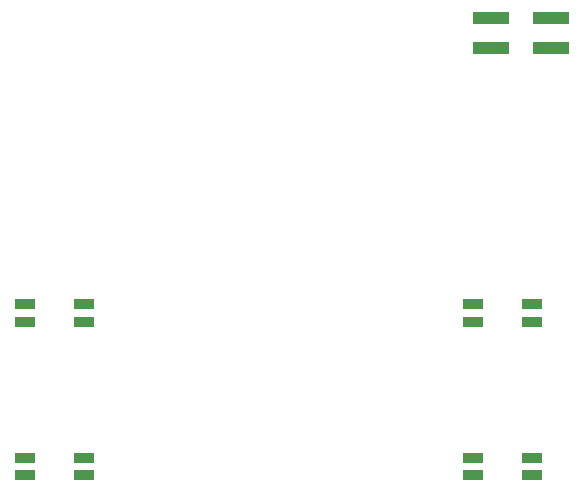
<source format=gbr>
%TF.GenerationSoftware,KiCad,Pcbnew,5.1.10*%
%TF.CreationDate,2021-09-26T09:48:59+10:00*%
%TF.ProjectId,pcb-face,7063622d-6661-4636-952e-6b696361645f,rev?*%
%TF.SameCoordinates,Original*%
%TF.FileFunction,Soldermask,Bot*%
%TF.FilePolarity,Negative*%
%FSLAX46Y46*%
G04 Gerber Fmt 4.6, Leading zero omitted, Abs format (unit mm)*
G04 Created by KiCad (PCBNEW 5.1.10) date 2021-09-26 09:48:59*
%MOMM*%
%LPD*%
G01*
G04 APERTURE LIST*
%ADD10R,1.800000X0.820000*%
%ADD11R,3.150000X1.000000*%
G04 APERTURE END LIST*
D10*
X128500000Y-93250000D03*
X128500000Y-94750000D03*
X133500000Y-94750000D03*
X133500000Y-93250000D03*
X128500000Y-106250000D03*
X128500000Y-107750000D03*
X133500000Y-107750000D03*
X133500000Y-106250000D03*
X166500000Y-106250000D03*
X166500000Y-107750000D03*
X171500000Y-107750000D03*
X171500000Y-106250000D03*
X166500000Y-93250000D03*
X166500000Y-94750000D03*
X171500000Y-94750000D03*
X171500000Y-93250000D03*
D11*
X173050000Y-69000000D03*
X168000000Y-69000000D03*
X173050000Y-71540000D03*
X168000000Y-71540000D03*
M02*

</source>
